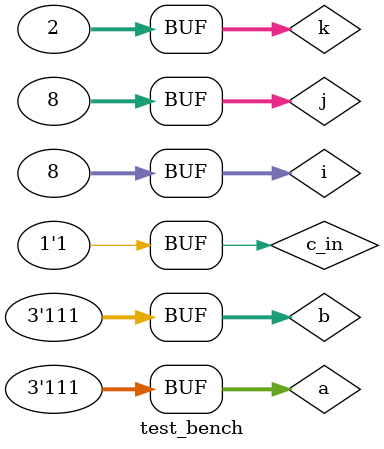
<source format=v>
`timescale 1ns / 1ps


module test_bench;

reg [2:0] a, b;
reg c_in;
wire [3:0] sum;
wire c_out;

integer i, j ,k;
add_assign uut(
    .a(a),
    .b(b),
    .c_in(c_in),
    .c_out(c_out),
    .sum(sum));
    
    
    initial begin
        a = 0; b = 0; c_in = 0;
        for (i = 0; i < 8; i=i+1)begin
            for (j = 0; j < 8; j = j+1)begin
                for(k = 0; k <= 1; k = k+1)begin
                    #5 a = i; b = j; c_in = k;
                end
            end    
        end
    end
endmodule

</source>
